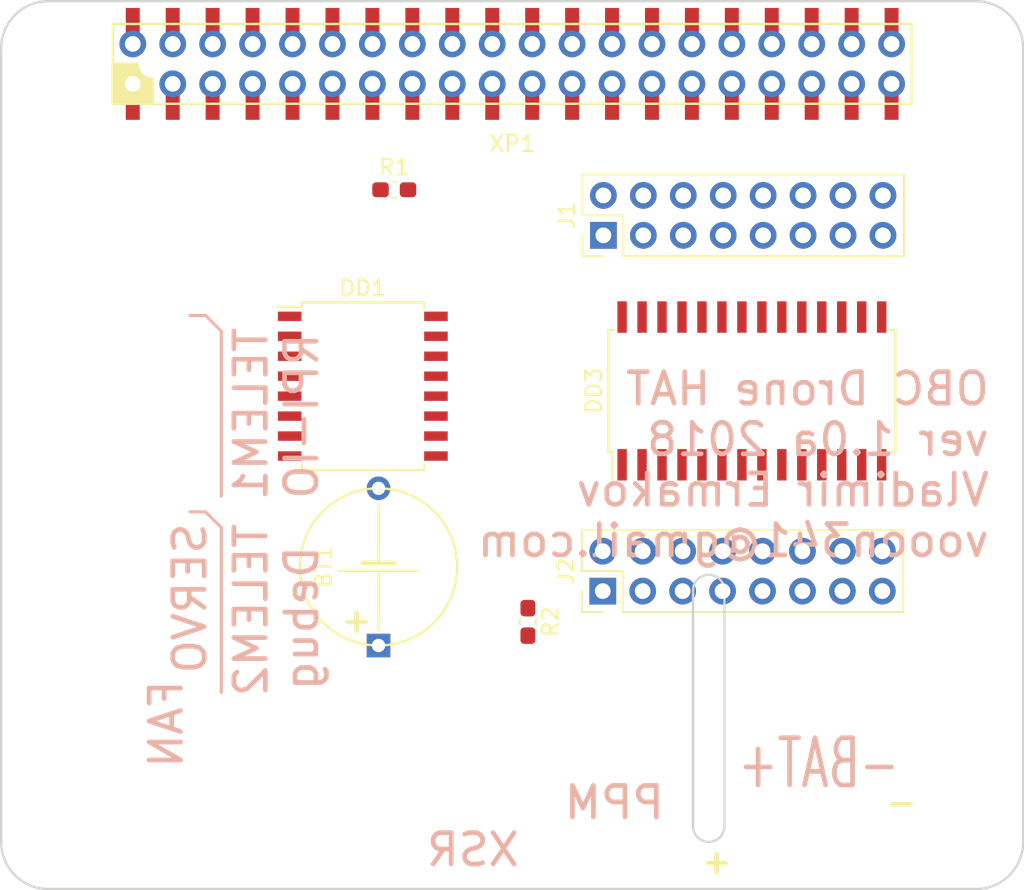
<source format=kicad_pcb>
(kicad_pcb (version 20170123) (host pcbnew "(2017-04-07 revision 70c961f)-master")

  (general
    (links 98)
    (no_connects 54)
    (area 110.178572 69.745 216.32143 156.995001)
    (thickness 1.6)
    (drawings 35)
    (tracks 29)
    (zones 0)
    (modules 12)
    (nets 65)
  )

  (page A3)
  (title_block
    (title "OBC Drone HAT")
    (date 2018-03-21)
    (company VEHQ)
    (comment 1 VEHQ-OBCDRONEHAT-V1)
    (comment 2 "Ermakov V.A.")
  )

  (layers
    (0 F.Cu signal)
    (1 In1.Cu signal)
    (2 In2.Cu signal)
    (31 B.Cu signal)
    (32 B.Adhes user hide)
    (33 F.Adhes user hide)
    (34 B.Paste user hide)
    (35 F.Paste user hide)
    (36 B.SilkS user hide)
    (37 F.SilkS user hide)
    (38 B.Mask user hide)
    (39 F.Mask user hide)
    (40 Dwgs.User user hide)
    (41 Cmts.User user hide)
    (42 Eco1.User user hide)
    (43 Eco2.User user hide)
    (44 Edge.Cuts user)
    (45 Margin user hide)
    (46 B.CrtYd user hide)
    (47 F.CrtYd user)
    (48 B.Fab user hide)
    (49 F.Fab user hide)
  )

  (setup
    (last_trace_width 0.2)
    (trace_clearance 0.2)
    (zone_clearance 0.3)
    (zone_45_only yes)
    (trace_min 0.15)
    (segment_width 0.2)
    (edge_width 0.15)
    (via_size 0.6)
    (via_drill 0.3)
    (via_min_size 0.3)
    (via_min_drill 0.3)
    (uvia_size 0.3)
    (uvia_drill 0.1)
    (uvias_allowed no)
    (uvia_min_size 0.2)
    (uvia_min_drill 0.1)
    (pcb_text_width 0.3)
    (pcb_text_size 1.5 1.5)
    (mod_edge_width 0.15)
    (mod_text_size 1 1)
    (mod_text_width 0.15)
    (pad_size 1.524 1.524)
    (pad_drill 0.762)
    (pad_to_mask_clearance 0.2)
    (aux_axis_origin 130 140)
    (visible_elements FFFFEF7F)
    (pcbplotparams
      (layerselection 0x010fc_ffffffff)
      (usegerberextensions false)
      (excludeedgelayer true)
      (linewidth 0.100000)
      (plotframeref false)
      (viasonmask false)
      (mode 1)
      (useauxorigin false)
      (hpglpennumber 1)
      (hpglpenspeed 20)
      (hpglpendiameter 15)
      (psnegative false)
      (psa4output false)
      (plotreference true)
      (plotvalue true)
      (plotinvisibletext false)
      (padsonsilk false)
      (subtractmaskfromsilk false)
      (outputformat 1)
      (mirror false)
      (drillshape 0)
      (scaleselection 1)
      (outputdirectory ../gerbers/v1.0a/))
  )

  (net 0 "")
  (net 1 GND)
  (net 2 RPI_SPI0_SCLK)
  (net 3 RPI_SPI0_MISO)
  (net 4 RPI_SPI0_MOSI)
  (net 5 RPI_SCL)
  (net 6 RPI_SDA)
  (net 7 RPI_GPCLK0)
  (net 8 "Net-(XP1-Pad40)")
  (net 9 "Net-(XP1-Pad38)")
  (net 10 "Net-(XP1-Pad37)")
  (net 11 "Net-(XP1-Pad36)")
  (net 12 "Net-(XP1-Pad35)")
  (net 13 "Net-(XP1-Pad33)")
  (net 14 "Net-(XP1-Pad32)")
  (net 15 "Net-(XP1-Pad31)")
  (net 16 "Net-(XP1-Pad29)")
  (net 17 /CE1)
  (net 18 "Net-(XP1-Pad28)")
  (net 19 "Net-(XP1-Pad27)")
  (net 20 /CE0)
  (net 21 "Net-(XP1-Pad22)")
  (net 22 "Net-(XP1-Pad18)")
  (net 23 "Net-(XP1-Pad16)")
  (net 24 "Net-(XP1-Pad15)")
  (net 25 "Net-(XP1-Pad13)")
  (net 26 "Net-(XP1-Pad12)")
  (net 27 ~SER_IRQ_A)
  (net 28 "Net-(XP1-Pad10)")
  (net 29 "Net-(XP1-Pad8)")
  (net 30 +3V3)
  (net 31 +5V)
  (net 32 "Net-(BT1-Pad2)")
  (net 33 /+3Vbat)
  (net 34 ~HAT_RST)
  (net 35 "Net-(DD3-Pad21)")
  (net 36 "Net-(DD3-Pad22)")
  (net 37 "Net-(DD3-Pad23)")
  (net 38 "Net-(DD3-Pad24)")
  (net 39 "Net-(DD3-Pad25)")
  (net 40 "Net-(DD3-Pad26)")
  (net 41 "Net-(DD3-Pad27)")
  (net 42 "Net-(DD3-Pad28)")
  (net 43 "Net-(DD3-Pad8)")
  (net 44 "Net-(DD3-Pad7)")
  (net 45 "Net-(DD3-Pad6)")
  (net 46 "Net-(DD3-Pad5)")
  (net 47 "Net-(DD3-Pad4)")
  (net 48 "Net-(DD3-Pad3)")
  (net 49 "Net-(DD3-Pad2)")
  (net 50 "Net-(DD3-Pad1)")
  (net 51 "Net-(DD1-Pad1)")
  (net 52 "Net-(DD1-Pad3)")
  (net 53 "Net-(DD1-Pad5)")
  (net 54 "Net-(DD1-Pad6)")
  (net 55 "Net-(DD1-Pad7)")
  (net 56 "Net-(DD1-Pad8)")
  (net 57 "Net-(DD1-Pad9)")
  (net 58 "Net-(DD1-Pad10)")
  (net 59 "Net-(DD1-Pad11)")
  (net 60 "Net-(DD1-Pad12)")
  (net 61 "Net-(DD3-Pad15)")
  (net 62 "Net-(DD3-Pad16)")
  (net 63 "Net-(DD3-Pad17)")
  (net 64 ~SER_IRQ_B)

  (net_class Default "Это класс цепей по умолчанию."
    (clearance 0.2)
    (trace_width 0.2)
    (via_dia 0.6)
    (via_drill 0.3)
    (uvia_dia 0.3)
    (uvia_drill 0.1)
    (diff_pair_gap 0.2)
    (diff_pair_width 0.2)
    (add_net +3V3)
    (add_net +5V)
    (add_net /+3Vbat)
    (add_net /CE0)
    (add_net /CE1)
    (add_net GND)
    (add_net "Net-(BT1-Pad2)")
    (add_net "Net-(DD1-Pad1)")
    (add_net "Net-(DD1-Pad10)")
    (add_net "Net-(DD1-Pad11)")
    (add_net "Net-(DD1-Pad12)")
    (add_net "Net-(DD1-Pad3)")
    (add_net "Net-(DD1-Pad5)")
    (add_net "Net-(DD1-Pad6)")
    (add_net "Net-(DD1-Pad7)")
    (add_net "Net-(DD1-Pad8)")
    (add_net "Net-(DD1-Pad9)")
    (add_net "Net-(DD3-Pad1)")
    (add_net "Net-(DD3-Pad15)")
    (add_net "Net-(DD3-Pad16)")
    (add_net "Net-(DD3-Pad17)")
    (add_net "Net-(DD3-Pad2)")
    (add_net "Net-(DD3-Pad21)")
    (add_net "Net-(DD3-Pad22)")
    (add_net "Net-(DD3-Pad23)")
    (add_net "Net-(DD3-Pad24)")
    (add_net "Net-(DD3-Pad25)")
    (add_net "Net-(DD3-Pad26)")
    (add_net "Net-(DD3-Pad27)")
    (add_net "Net-(DD3-Pad28)")
    (add_net "Net-(DD3-Pad3)")
    (add_net "Net-(DD3-Pad4)")
    (add_net "Net-(DD3-Pad5)")
    (add_net "Net-(DD3-Pad6)")
    (add_net "Net-(DD3-Pad7)")
    (add_net "Net-(DD3-Pad8)")
    (add_net "Net-(XP1-Pad10)")
    (add_net "Net-(XP1-Pad12)")
    (add_net "Net-(XP1-Pad13)")
    (add_net "Net-(XP1-Pad15)")
    (add_net "Net-(XP1-Pad16)")
    (add_net "Net-(XP1-Pad18)")
    (add_net "Net-(XP1-Pad22)")
    (add_net "Net-(XP1-Pad27)")
    (add_net "Net-(XP1-Pad28)")
    (add_net "Net-(XP1-Pad29)")
    (add_net "Net-(XP1-Pad31)")
    (add_net "Net-(XP1-Pad32)")
    (add_net "Net-(XP1-Pad33)")
    (add_net "Net-(XP1-Pad35)")
    (add_net "Net-(XP1-Pad36)")
    (add_net "Net-(XP1-Pad37)")
    (add_net "Net-(XP1-Pad38)")
    (add_net "Net-(XP1-Pad40)")
    (add_net "Net-(XP1-Pad8)")
    (add_net RPI_GPCLK0)
    (add_net RPI_SCL)
    (add_net RPI_SDA)
    (add_net RPI_SPI0_MISO)
    (add_net RPI_SPI0_MOSI)
    (add_net RPI_SPI0_SCLK)
    (add_net ~HAT_RST)
    (add_net ~SER_IRQ_A)
    (add_net ~SER_IRQ_B)
  )

  (module Connector_PinHeader_2.54mm:PinHeader_2x08_P2.54mm_Vertical (layer F.Cu) (tedit 59FED5CC) (tstamp 5C6606DF)
    (at 168.26 121.04 90)
    (descr "Through hole straight pin header, 2x08, 2.54mm pitch, double rows")
    (tags "Through hole pin header THT 2x08 2.54mm double row")
    (path /5CAB35DC)
    (fp_text reference J2 (at 1.27 -2.33 90) (layer F.SilkS)
      (effects (font (size 1 1) (thickness 0.15)))
    )
    (fp_text value Conn_02x08_Top_Bottom (at 1.27 20.11 90) (layer F.Fab)
      (effects (font (size 1 1) (thickness 0.15)))
    )
    (fp_text user %R (at 1.27 8.89 180) (layer F.Fab)
      (effects (font (size 1 1) (thickness 0.15)))
    )
    (fp_line (start 4.35 -1.8) (end -1.8 -1.8) (layer F.CrtYd) (width 0.05))
    (fp_line (start 4.35 19.55) (end 4.35 -1.8) (layer F.CrtYd) (width 0.05))
    (fp_line (start -1.8 19.55) (end 4.35 19.55) (layer F.CrtYd) (width 0.05))
    (fp_line (start -1.8 -1.8) (end -1.8 19.55) (layer F.CrtYd) (width 0.05))
    (fp_line (start -1.33 -1.33) (end 0 -1.33) (layer F.SilkS) (width 0.12))
    (fp_line (start -1.33 0) (end -1.33 -1.33) (layer F.SilkS) (width 0.12))
    (fp_line (start 1.27 -1.33) (end 3.87 -1.33) (layer F.SilkS) (width 0.12))
    (fp_line (start 1.27 1.27) (end 1.27 -1.33) (layer F.SilkS) (width 0.12))
    (fp_line (start -1.33 1.27) (end 1.27 1.27) (layer F.SilkS) (width 0.12))
    (fp_line (start 3.87 -1.33) (end 3.87 19.11) (layer F.SilkS) (width 0.12))
    (fp_line (start -1.33 1.27) (end -1.33 19.11) (layer F.SilkS) (width 0.12))
    (fp_line (start -1.33 19.11) (end 3.87 19.11) (layer F.SilkS) (width 0.12))
    (fp_line (start -1.27 0) (end 0 -1.27) (layer F.Fab) (width 0.1))
    (fp_line (start -1.27 19.05) (end -1.27 0) (layer F.Fab) (width 0.1))
    (fp_line (start 3.81 19.05) (end -1.27 19.05) (layer F.Fab) (width 0.1))
    (fp_line (start 3.81 -1.27) (end 3.81 19.05) (layer F.Fab) (width 0.1))
    (fp_line (start 0 -1.27) (end 3.81 -1.27) (layer F.Fab) (width 0.1))
    (pad 16 thru_hole oval (at 2.54 17.78 90) (size 1.7 1.7) (drill 1) (layers *.Cu *.Mask)
      (net 30 +3V3))
    (pad 15 thru_hole oval (at 0 17.78 90) (size 1.7 1.7) (drill 1) (layers *.Cu *.Mask)
      (net 1 GND))
    (pad 14 thru_hole oval (at 2.54 15.24 90) (size 1.7 1.7) (drill 1) (layers *.Cu *.Mask)
      (net 30 +3V3))
    (pad 13 thru_hole oval (at 0 15.24 90) (size 1.7 1.7) (drill 1) (layers *.Cu *.Mask)
      (net 1 GND))
    (pad 12 thru_hole oval (at 2.54 12.7 90) (size 1.7 1.7) (drill 1) (layers *.Cu *.Mask)
      (net 30 +3V3))
    (pad 11 thru_hole oval (at 0 12.7 90) (size 1.7 1.7) (drill 1) (layers *.Cu *.Mask)
      (net 1 GND))
    (pad 10 thru_hole oval (at 2.54 10.16 90) (size 1.7 1.7) (drill 1) (layers *.Cu *.Mask)
      (net 30 +3V3))
    (pad 9 thru_hole oval (at 0 10.16 90) (size 1.7 1.7) (drill 1) (layers *.Cu *.Mask)
      (net 1 GND))
    (pad 8 thru_hole oval (at 2.54 7.62 90) (size 1.7 1.7) (drill 1) (layers *.Cu *.Mask)
      (net 50 "Net-(DD3-Pad1)"))
    (pad 7 thru_hole oval (at 0 7.62 90) (size 1.7 1.7) (drill 1) (layers *.Cu *.Mask)
      (net 49 "Net-(DD3-Pad2)"))
    (pad 6 thru_hole oval (at 2.54 5.08 90) (size 1.7 1.7) (drill 1) (layers *.Cu *.Mask)
      (net 48 "Net-(DD3-Pad3)"))
    (pad 5 thru_hole oval (at 0 5.08 90) (size 1.7 1.7) (drill 1) (layers *.Cu *.Mask)
      (net 47 "Net-(DD3-Pad4)"))
    (pad 4 thru_hole oval (at 2.54 2.54 90) (size 1.7 1.7) (drill 1) (layers *.Cu *.Mask)
      (net 46 "Net-(DD3-Pad5)"))
    (pad 3 thru_hole oval (at 0 2.54 90) (size 1.7 1.7) (drill 1) (layers *.Cu *.Mask)
      (net 45 "Net-(DD3-Pad6)"))
    (pad 2 thru_hole oval (at 2.54 0 90) (size 1.7 1.7) (drill 1) (layers *.Cu *.Mask)
      (net 44 "Net-(DD3-Pad7)"))
    (pad 1 thru_hole rect (at 0 0 90) (size 1.7 1.7) (drill 1) (layers *.Cu *.Mask)
      (net 43 "Net-(DD3-Pad8)"))
    (model ${KISYS3DMOD}/Connector_PinHeader_2.54mm.3dshapes/PinHeader_2x08_P2.54mm_Vertical.wrl
      (at (xyz 0 0 0))
      (scale (xyz 1 1 1))
      (rotate (xyz 0 0 0))
    )
  )

  (module Connector_PinHeader_2.54mm:PinHeader_2x08_P2.54mm_Vertical (layer F.Cu) (tedit 59FED5CC) (tstamp 5C660516)
    (at 168.3 98.4 90)
    (descr "Through hole straight pin header, 2x08, 2.54mm pitch, double rows")
    (tags "Through hole pin header THT 2x08 2.54mm double row")
    (path /5CD95C3D)
    (fp_text reference J1 (at 1.27 -2.33 90) (layer F.SilkS)
      (effects (font (size 1 1) (thickness 0.15)))
    )
    (fp_text value Conn_02x08_Top_Bottom (at 1.27 20.11 90) (layer F.Fab)
      (effects (font (size 1 1) (thickness 0.15)))
    )
    (fp_text user %R (at 1.27 8.89 180) (layer F.Fab)
      (effects (font (size 1 1) (thickness 0.15)))
    )
    (fp_line (start 4.35 -1.8) (end -1.8 -1.8) (layer F.CrtYd) (width 0.05))
    (fp_line (start 4.35 19.55) (end 4.35 -1.8) (layer F.CrtYd) (width 0.05))
    (fp_line (start -1.8 19.55) (end 4.35 19.55) (layer F.CrtYd) (width 0.05))
    (fp_line (start -1.8 -1.8) (end -1.8 19.55) (layer F.CrtYd) (width 0.05))
    (fp_line (start -1.33 -1.33) (end 0 -1.33) (layer F.SilkS) (width 0.12))
    (fp_line (start -1.33 0) (end -1.33 -1.33) (layer F.SilkS) (width 0.12))
    (fp_line (start 1.27 -1.33) (end 3.87 -1.33) (layer F.SilkS) (width 0.12))
    (fp_line (start 1.27 1.27) (end 1.27 -1.33) (layer F.SilkS) (width 0.12))
    (fp_line (start -1.33 1.27) (end 1.27 1.27) (layer F.SilkS) (width 0.12))
    (fp_line (start 3.87 -1.33) (end 3.87 19.11) (layer F.SilkS) (width 0.12))
    (fp_line (start -1.33 1.27) (end -1.33 19.11) (layer F.SilkS) (width 0.12))
    (fp_line (start -1.33 19.11) (end 3.87 19.11) (layer F.SilkS) (width 0.12))
    (fp_line (start -1.27 0) (end 0 -1.27) (layer F.Fab) (width 0.1))
    (fp_line (start -1.27 19.05) (end -1.27 0) (layer F.Fab) (width 0.1))
    (fp_line (start 3.81 19.05) (end -1.27 19.05) (layer F.Fab) (width 0.1))
    (fp_line (start 3.81 -1.27) (end 3.81 19.05) (layer F.Fab) (width 0.1))
    (fp_line (start 0 -1.27) (end 3.81 -1.27) (layer F.Fab) (width 0.1))
    (pad 16 thru_hole oval (at 2.54 17.78 90) (size 1.7 1.7) (drill 1) (layers *.Cu *.Mask)
      (net 30 +3V3))
    (pad 15 thru_hole oval (at 0 17.78 90) (size 1.7 1.7) (drill 1) (layers *.Cu *.Mask)
      (net 1 GND))
    (pad 14 thru_hole oval (at 2.54 15.24 90) (size 1.7 1.7) (drill 1) (layers *.Cu *.Mask)
      (net 30 +3V3))
    (pad 13 thru_hole oval (at 0 15.24 90) (size 1.7 1.7) (drill 1) (layers *.Cu *.Mask)
      (net 1 GND))
    (pad 12 thru_hole oval (at 2.54 12.7 90) (size 1.7 1.7) (drill 1) (layers *.Cu *.Mask)
      (net 30 +3V3))
    (pad 11 thru_hole oval (at 0 12.7 90) (size 1.7 1.7) (drill 1) (layers *.Cu *.Mask)
      (net 1 GND))
    (pad 10 thru_hole oval (at 2.54 10.16 90) (size 1.7 1.7) (drill 1) (layers *.Cu *.Mask)
      (net 30 +3V3))
    (pad 9 thru_hole oval (at 0 10.16 90) (size 1.7 1.7) (drill 1) (layers *.Cu *.Mask)
      (net 1 GND))
    (pad 8 thru_hole oval (at 2.54 7.62 90) (size 1.7 1.7) (drill 1) (layers *.Cu *.Mask)
      (net 35 "Net-(DD3-Pad21)"))
    (pad 7 thru_hole oval (at 0 7.62 90) (size 1.7 1.7) (drill 1) (layers *.Cu *.Mask)
      (net 36 "Net-(DD3-Pad22)"))
    (pad 6 thru_hole oval (at 2.54 5.08 90) (size 1.7 1.7) (drill 1) (layers *.Cu *.Mask)
      (net 37 "Net-(DD3-Pad23)"))
    (pad 5 thru_hole oval (at 0 5.08 90) (size 1.7 1.7) (drill 1) (layers *.Cu *.Mask)
      (net 38 "Net-(DD3-Pad24)"))
    (pad 4 thru_hole oval (at 2.54 2.54 90) (size 1.7 1.7) (drill 1) (layers *.Cu *.Mask)
      (net 39 "Net-(DD3-Pad25)"))
    (pad 3 thru_hole oval (at 0 2.54 90) (size 1.7 1.7) (drill 1) (layers *.Cu *.Mask)
      (net 40 "Net-(DD3-Pad26)"))
    (pad 2 thru_hole oval (at 2.54 0 90) (size 1.7 1.7) (drill 1) (layers *.Cu *.Mask)
      (net 41 "Net-(DD3-Pad27)"))
    (pad 1 thru_hole rect (at 0 0 90) (size 1.7 1.7) (drill 1) (layers *.Cu *.Mask)
      (net 42 "Net-(DD3-Pad28)"))
    (model ${KISYS3DMOD}/Connector_PinHeader_2.54mm.3dshapes/PinHeader_2x08_P2.54mm_Vertical.wrl
      (at (xyz 0 0 0))
      (scale (xyz 1 1 1))
      (rotate (xyz 0 0 0))
    )
  )

  (module Package_SO:SOIC-28W_7.5x17.9mm_P1.27mm (layer F.Cu) (tedit 5A02F2D3) (tstamp 5C70EC6C)
    (at 177.745 108.3 90)
    (descr "28-Lead Plastic Small Outline (SO) - Wide, 7.50 mm Body [SOIC] (see Microchip Packaging Specification 00000049BS.pdf)")
    (tags "SOIC 1.27")
    (path /5C79AF8D)
    (attr smd)
    (fp_text reference DD3 (at 0 -10.05 90) (layer F.SilkS)
      (effects (font (size 1 1) (thickness 0.15)))
    )
    (fp_text value MCP23S17 (at 0 10.05 90) (layer F.Fab)
      (effects (font (size 1 1) (thickness 0.15)))
    )
    (fp_text user %R (at 0 0 90) (layer F.Fab)
      (effects (font (size 1 1) (thickness 0.15)))
    )
    (fp_line (start -2.75 -8.95) (end 3.75 -8.95) (layer F.Fab) (width 0.15))
    (fp_line (start 3.75 -8.95) (end 3.75 8.95) (layer F.Fab) (width 0.15))
    (fp_line (start 3.75 8.95) (end -3.75 8.95) (layer F.Fab) (width 0.15))
    (fp_line (start -3.75 8.95) (end -3.75 -7.95) (layer F.Fab) (width 0.15))
    (fp_line (start -3.75 -7.95) (end -2.75 -8.95) (layer F.Fab) (width 0.15))
    (fp_line (start -5.95 -9.3) (end -5.95 9.3) (layer F.CrtYd) (width 0.05))
    (fp_line (start 5.95 -9.3) (end 5.95 9.3) (layer F.CrtYd) (width 0.05))
    (fp_line (start -5.95 -9.3) (end 5.95 -9.3) (layer F.CrtYd) (width 0.05))
    (fp_line (start -5.95 9.3) (end 5.95 9.3) (layer F.CrtYd) (width 0.05))
    (fp_line (start -3.875 -9.125) (end -3.875 -8.875) (layer F.SilkS) (width 0.15))
    (fp_line (start 3.875 -9.125) (end 3.875 -8.78) (layer F.SilkS) (width 0.15))
    (fp_line (start 3.875 9.125) (end 3.875 8.78) (layer F.SilkS) (width 0.15))
    (fp_line (start -3.875 9.125) (end -3.875 8.78) (layer F.SilkS) (width 0.15))
    (fp_line (start -3.875 -9.125) (end 3.875 -9.125) (layer F.SilkS) (width 0.15))
    (fp_line (start -3.875 9.125) (end 3.875 9.125) (layer F.SilkS) (width 0.15))
    (fp_line (start -3.875 -8.875) (end -5.7 -8.875) (layer F.SilkS) (width 0.15))
    (pad 1 smd rect (at -4.7 -8.255 90) (size 2 0.6) (layers F.Cu F.Paste F.Mask)
      (net 50 "Net-(DD3-Pad1)"))
    (pad 2 smd rect (at -4.7 -6.985 90) (size 2 0.6) (layers F.Cu F.Paste F.Mask)
      (net 49 "Net-(DD3-Pad2)"))
    (pad 3 smd rect (at -4.7 -5.715 90) (size 2 0.6) (layers F.Cu F.Paste F.Mask)
      (net 48 "Net-(DD3-Pad3)"))
    (pad 4 smd rect (at -4.7 -4.445 90) (size 2 0.6) (layers F.Cu F.Paste F.Mask)
      (net 47 "Net-(DD3-Pad4)"))
    (pad 5 smd rect (at -4.7 -3.175 90) (size 2 0.6) (layers F.Cu F.Paste F.Mask)
      (net 46 "Net-(DD3-Pad5)"))
    (pad 6 smd rect (at -4.7 -1.905 90) (size 2 0.6) (layers F.Cu F.Paste F.Mask)
      (net 45 "Net-(DD3-Pad6)"))
    (pad 7 smd rect (at -4.7 -0.635 90) (size 2 0.6) (layers F.Cu F.Paste F.Mask)
      (net 44 "Net-(DD3-Pad7)"))
    (pad 8 smd rect (at -4.7 0.635 90) (size 2 0.6) (layers F.Cu F.Paste F.Mask)
      (net 43 "Net-(DD3-Pad8)"))
    (pad 9 smd rect (at -4.7 1.905 90) (size 2 0.6) (layers F.Cu F.Paste F.Mask)
      (net 30 +3V3))
    (pad 10 smd rect (at -4.7 3.175 90) (size 2 0.6) (layers F.Cu F.Paste F.Mask)
      (net 1 GND))
    (pad 11 smd rect (at -4.7 4.445 90) (size 2 0.6) (layers F.Cu F.Paste F.Mask)
      (net 17 /CE1))
    (pad 12 smd rect (at -4.7 5.715 90) (size 2 0.6) (layers F.Cu F.Paste F.Mask)
      (net 2 RPI_SPI0_SCLK))
    (pad 13 smd rect (at -4.7 6.985 90) (size 2 0.6) (layers F.Cu F.Paste F.Mask)
      (net 4 RPI_SPI0_MOSI))
    (pad 14 smd rect (at -4.7 8.255 90) (size 2 0.6) (layers F.Cu F.Paste F.Mask)
      (net 3 RPI_SPI0_MISO))
    (pad 15 smd rect (at 4.7 8.255 90) (size 2 0.6) (layers F.Cu F.Paste F.Mask)
      (net 61 "Net-(DD3-Pad15)"))
    (pad 16 smd rect (at 4.7 6.985 90) (size 2 0.6) (layers F.Cu F.Paste F.Mask)
      (net 62 "Net-(DD3-Pad16)"))
    (pad 17 smd rect (at 4.7 5.715 90) (size 2 0.6) (layers F.Cu F.Paste F.Mask)
      (net 63 "Net-(DD3-Pad17)"))
    (pad 18 smd rect (at 4.7 4.445 90) (size 2 0.6) (layers F.Cu F.Paste F.Mask)
      (net 34 ~HAT_RST))
    (pad 19 smd rect (at 4.7 3.175 90) (size 2 0.6) (layers F.Cu F.Paste F.Mask)
      (net 64 ~SER_IRQ_B))
    (pad 20 smd rect (at 4.7 1.905 90) (size 2 0.6) (layers F.Cu F.Paste F.Mask)
      (net 64 ~SER_IRQ_B))
    (pad 21 smd rect (at 4.7 0.635 90) (size 2 0.6) (layers F.Cu F.Paste F.Mask)
      (net 35 "Net-(DD3-Pad21)"))
    (pad 22 smd rect (at 4.7 -0.635 90) (size 2 0.6) (layers F.Cu F.Paste F.Mask)
      (net 36 "Net-(DD3-Pad22)"))
    (pad 23 smd rect (at 4.7 -1.905 90) (size 2 0.6) (layers F.Cu F.Paste F.Mask)
      (net 37 "Net-(DD3-Pad23)"))
    (pad 24 smd rect (at 4.7 -3.175 90) (size 2 0.6) (layers F.Cu F.Paste F.Mask)
      (net 38 "Net-(DD3-Pad24)"))
    (pad 25 smd rect (at 4.7 -4.445 90) (size 2 0.6) (layers F.Cu F.Paste F.Mask)
      (net 39 "Net-(DD3-Pad25)"))
    (pad 26 smd rect (at 4.7 -5.715 90) (size 2 0.6) (layers F.Cu F.Paste F.Mask)
      (net 40 "Net-(DD3-Pad26)"))
    (pad 27 smd rect (at 4.7 -6.985 90) (size 2 0.6) (layers F.Cu F.Paste F.Mask)
      (net 41 "Net-(DD3-Pad27)"))
    (pad 28 smd rect (at 4.7 -8.255 90) (size 2 0.6) (layers F.Cu F.Paste F.Mask)
      (net 42 "Net-(DD3-Pad28)"))
    (model ${KISYS3DMOD}/Package_SO.3dshapes/SOIC-28W_7.5x17.9mm_P1.27mm.wrl
      (at (xyz 0 0 0))
      (scale (xyz 1 1 1))
      (rotate (xyz 0 0 0))
    )
  )

  (module Resistor_SMD:R_0603_1608Metric_Pad1.05x0.95mm_HandSolder (layer F.Cu) (tedit 5B301BBD) (tstamp 5C70E9AC)
    (at 163.5 123 270)
    (descr "Resistor SMD 0603 (1608 Metric), square (rectangular) end terminal, IPC_7351 nominal with elongated pad for handsoldering. (Body size source: http://www.tortai-tech.com/upload/download/2011102023233369053.pdf), generated with kicad-footprint-generator")
    (tags "resistor handsolder")
    (path /5C6B07CB)
    (attr smd)
    (fp_text reference R2 (at 0 -1.43 270) (layer F.SilkS)
      (effects (font (size 1 1) (thickness 0.15)))
    )
    (fp_text value nc (at 0 1.43 270) (layer F.Fab)
      (effects (font (size 1 1) (thickness 0.15)))
    )
    (fp_text user %R (at 0 0 270) (layer F.Fab)
      (effects (font (size 0.4 0.4) (thickness 0.06)))
    )
    (fp_line (start 1.65 0.73) (end -1.65 0.73) (layer F.CrtYd) (width 0.05))
    (fp_line (start 1.65 -0.73) (end 1.65 0.73) (layer F.CrtYd) (width 0.05))
    (fp_line (start -1.65 -0.73) (end 1.65 -0.73) (layer F.CrtYd) (width 0.05))
    (fp_line (start -1.65 0.73) (end -1.65 -0.73) (layer F.CrtYd) (width 0.05))
    (fp_line (start -0.171267 0.51) (end 0.171267 0.51) (layer F.SilkS) (width 0.12))
    (fp_line (start -0.171267 -0.51) (end 0.171267 -0.51) (layer F.SilkS) (width 0.12))
    (fp_line (start 0.8 0.4) (end -0.8 0.4) (layer F.Fab) (width 0.1))
    (fp_line (start 0.8 -0.4) (end 0.8 0.4) (layer F.Fab) (width 0.1))
    (fp_line (start -0.8 -0.4) (end 0.8 -0.4) (layer F.Fab) (width 0.1))
    (fp_line (start -0.8 0.4) (end -0.8 -0.4) (layer F.Fab) (width 0.1))
    (pad 2 smd roundrect (at 0.875 0 270) (size 1.05 0.95) (layers F.Cu F.Paste F.Mask)(roundrect_rratio 0.25)
      (net 30 +3V3))
    (pad 1 smd roundrect (at -0.875 0 270) (size 1.05 0.95) (layers F.Cu F.Paste F.Mask)(roundrect_rratio 0.25)
      (net 34 ~HAT_RST))
    (model ${KISYS3DMOD}/Resistor_SMD.3dshapes/R_0603_1608Metric.wrl
      (at (xyz 0 0 0))
      (scale (xyz 1 1 1))
      (rotate (xyz 0 0 0))
    )
  )

  (module Resistor_SMD:R_0603_1608Metric_Pad1.05x0.95mm_HandSolder (layer F.Cu) (tedit 5B301BBD) (tstamp 5C70E97C)
    (at 155 95.5)
    (descr "Resistor SMD 0603 (1608 Metric), square (rectangular) end terminal, IPC_7351 nominal with elongated pad for handsoldering. (Body size source: http://www.tortai-tech.com/upload/download/2011102023233369053.pdf), generated with kicad-footprint-generator")
    (tags "resistor handsolder")
    (path /5C6B07AB)
    (attr smd)
    (fp_text reference R1 (at 0 -1.43) (layer F.SilkS)
      (effects (font (size 1 1) (thickness 0.15)))
    )
    (fp_text value 10k (at 0 1.43) (layer F.Fab)
      (effects (font (size 1 1) (thickness 0.15)))
    )
    (fp_line (start -0.8 0.4) (end -0.8 -0.4) (layer F.Fab) (width 0.1))
    (fp_line (start -0.8 -0.4) (end 0.8 -0.4) (layer F.Fab) (width 0.1))
    (fp_line (start 0.8 -0.4) (end 0.8 0.4) (layer F.Fab) (width 0.1))
    (fp_line (start 0.8 0.4) (end -0.8 0.4) (layer F.Fab) (width 0.1))
    (fp_line (start -0.171267 -0.51) (end 0.171267 -0.51) (layer F.SilkS) (width 0.12))
    (fp_line (start -0.171267 0.51) (end 0.171267 0.51) (layer F.SilkS) (width 0.12))
    (fp_line (start -1.65 0.73) (end -1.65 -0.73) (layer F.CrtYd) (width 0.05))
    (fp_line (start -1.65 -0.73) (end 1.65 -0.73) (layer F.CrtYd) (width 0.05))
    (fp_line (start 1.65 -0.73) (end 1.65 0.73) (layer F.CrtYd) (width 0.05))
    (fp_line (start 1.65 0.73) (end -1.65 0.73) (layer F.CrtYd) (width 0.05))
    (fp_text user %R (at 0 0) (layer F.Fab)
      (effects (font (size 0.4 0.4) (thickness 0.06)))
    )
    (pad 1 smd roundrect (at -0.875 0) (size 1.05 0.95) (layers F.Cu F.Paste F.Mask)(roundrect_rratio 0.25)
      (net 27 ~SER_IRQ_A))
    (pad 2 smd roundrect (at 0.875 0) (size 1.05 0.95) (layers F.Cu F.Paste F.Mask)(roundrect_rratio 0.25)
      (net 30 +3V3))
    (model ${KISYS3DMOD}/Resistor_SMD.3dshapes/R_0603_1608Metric.wrl
      (at (xyz 0 0 0))
      (scale (xyz 1 1 1))
      (rotate (xyz 0 0 0))
    )
  )

  (module Package_SO:SOIC-16W_7.5x10.3mm_P1.27mm (layer F.Cu) (tedit 5A02F2D3) (tstamp 5C660D49)
    (at 153 108)
    (descr "16-Lead Plastic Small Outline (SO) - Wide, 7.50 mm Body [SOIC] (see Microchip Packaging Specification 00000049BS.pdf)")
    (tags "SOIC 1.27")
    (path /5C6B088F)
    (attr smd)
    (fp_text reference DD1 (at 0 -6.25) (layer F.SilkS)
      (effects (font (size 1 1) (thickness 0.15)))
    )
    (fp_text value DS3231 (at 0 6.25) (layer F.Fab)
      (effects (font (size 1 1) (thickness 0.15)))
    )
    (fp_text user %R (at 0 0) (layer F.Fab)
      (effects (font (size 1 1) (thickness 0.15)))
    )
    (fp_line (start -2.75 -5.15) (end 3.75 -5.15) (layer F.Fab) (width 0.15))
    (fp_line (start 3.75 -5.15) (end 3.75 5.15) (layer F.Fab) (width 0.15))
    (fp_line (start 3.75 5.15) (end -3.75 5.15) (layer F.Fab) (width 0.15))
    (fp_line (start -3.75 5.15) (end -3.75 -4.15) (layer F.Fab) (width 0.15))
    (fp_line (start -3.75 -4.15) (end -2.75 -5.15) (layer F.Fab) (width 0.15))
    (fp_line (start -5.65 -5.5) (end -5.65 5.5) (layer F.CrtYd) (width 0.05))
    (fp_line (start 5.65 -5.5) (end 5.65 5.5) (layer F.CrtYd) (width 0.05))
    (fp_line (start -5.65 -5.5) (end 5.65 -5.5) (layer F.CrtYd) (width 0.05))
    (fp_line (start -5.65 5.5) (end 5.65 5.5) (layer F.CrtYd) (width 0.05))
    (fp_line (start -3.875 -5.325) (end -3.875 -5.05) (layer F.SilkS) (width 0.15))
    (fp_line (start 3.875 -5.325) (end 3.875 -4.97) (layer F.SilkS) (width 0.15))
    (fp_line (start 3.875 5.325) (end 3.875 4.97) (layer F.SilkS) (width 0.15))
    (fp_line (start -3.875 5.325) (end -3.875 4.97) (layer F.SilkS) (width 0.15))
    (fp_line (start -3.875 -5.325) (end 3.875 -5.325) (layer F.SilkS) (width 0.15))
    (fp_line (start -3.875 5.325) (end 3.875 5.325) (layer F.SilkS) (width 0.15))
    (fp_line (start -3.875 -5.05) (end -5.4 -5.05) (layer F.SilkS) (width 0.15))
    (pad 1 smd rect (at -4.65 -4.445) (size 1.5 0.6) (layers F.Cu F.Paste F.Mask)
      (net 51 "Net-(DD1-Pad1)"))
    (pad 2 smd rect (at -4.65 -3.175) (size 1.5 0.6) (layers F.Cu F.Paste F.Mask)
      (net 30 +3V3))
    (pad 3 smd rect (at -4.65 -1.905) (size 1.5 0.6) (layers F.Cu F.Paste F.Mask)
      (net 52 "Net-(DD1-Pad3)"))
    (pad 4 smd rect (at -4.65 -0.635) (size 1.5 0.6) (layers F.Cu F.Paste F.Mask)
      (net 34 ~HAT_RST))
    (pad 5 smd rect (at -4.65 0.635) (size 1.5 0.6) (layers F.Cu F.Paste F.Mask)
      (net 53 "Net-(DD1-Pad5)"))
    (pad 6 smd rect (at -4.65 1.905) (size 1.5 0.6) (layers F.Cu F.Paste F.Mask)
      (net 54 "Net-(DD1-Pad6)"))
    (pad 7 smd rect (at -4.65 3.175) (size 1.5 0.6) (layers F.Cu F.Paste F.Mask)
      (net 55 "Net-(DD1-Pad7)"))
    (pad 8 smd rect (at -4.65 4.445) (size 1.5 0.6) (layers F.Cu F.Paste F.Mask)
      (net 56 "Net-(DD1-Pad8)"))
    (pad 9 smd rect (at 4.65 4.445) (size 1.5 0.6) (layers F.Cu F.Paste F.Mask)
      (net 57 "Net-(DD1-Pad9)"))
    (pad 10 smd rect (at 4.65 3.175) (size 1.5 0.6) (layers F.Cu F.Paste F.Mask)
      (net 58 "Net-(DD1-Pad10)"))
    (pad 11 smd rect (at 4.65 1.905) (size 1.5 0.6) (layers F.Cu F.Paste F.Mask)
      (net 59 "Net-(DD1-Pad11)"))
    (pad 12 smd rect (at 4.65 0.635) (size 1.5 0.6) (layers F.Cu F.Paste F.Mask)
      (net 60 "Net-(DD1-Pad12)"))
    (pad 13 smd rect (at 4.65 -0.635) (size 1.5 0.6) (layers F.Cu F.Paste F.Mask)
      (net 32 "Net-(BT1-Pad2)"))
    (pad 14 smd rect (at 4.65 -1.905) (size 1.5 0.6) (layers F.Cu F.Paste F.Mask)
      (net 33 /+3Vbat))
    (pad 15 smd rect (at 4.65 -3.175) (size 1.5 0.6) (layers F.Cu F.Paste F.Mask)
      (net 6 RPI_SDA))
    (pad 16 smd rect (at 4.65 -4.445) (size 1.5 0.6) (layers F.Cu F.Paste F.Mask)
      (net 5 RPI_SCL))
    (model ${KISYS3DMOD}/Package_SO.3dshapes/SOIC-16W_7.5x10.3mm_P1.27mm.wrl
      (at (xyz 0 0 0))
      (scale (xyz 1 1 1))
      (rotate (xyz 0 0 0))
    )
  )

  (module hat:CR1225-VBY2 (layer F.Cu) (tedit 5ACD05EB) (tstamp 5C65D400)
    (at 154 119.5 90)
    (path /5C6B08A7)
    (fp_text reference BT1 (at 0 -3.5 90) (layer F.SilkS)
      (effects (font (size 1 1) (thickness 0.15)))
    )
    (fp_text value CR1225-VBY2 (at 0 6 90) (layer F.Fab)
      (effects (font (size 1 1) (thickness 0.15)))
    )
    (fp_circle (center 0 0) (end 5.25 0) (layer F.CrtYd) (width 0.15))
    (fp_line (start 0.25 0) (end 4 0) (layer F.SilkS) (width 0.15))
    (fp_line (start 0.25 -1) (end 0.25 1) (layer F.SilkS) (width 0.3))
    (fp_line (start -4 0) (end -0.25 0) (layer F.SilkS) (width 0.15))
    (fp_line (start -0.25 -2.5) (end -0.25 2.5) (layer F.SilkS) (width 0.15))
    (fp_circle (center 0 0) (end 5 0) (layer F.SilkS) (width 0.15))
    (fp_text user + (at -3.5 -1.5 90) (layer F.SilkS)
      (effects (font (size 1.5 1.5) (thickness 0.3)))
    )
    (pad 2 thru_hole circle (at 5 0 90) (size 1.5 1.5) (drill 0.85) (layers *.Cu *.Mask)
      (net 32 "Net-(BT1-Pad2)"))
    (pad 1 thru_hole rect (at -5 0 90) (size 1.5 1.5) (drill 0.85) (layers *.Cu *.Mask)
      (net 33 /+3Vbat))
  )

  (module hat:RaspberryPi-40Pin_P2.54mm (layer F.Cu) (tedit 5ACC6A0B) (tstamp 5C65D482)
    (at 162.5 87.49)
    (descr https://www.toby.co.uk/uploads/publications/1540.pdf)
    (path /5C6B5F2D)
    (fp_text reference XP1 (at 0 5.08) (layer F.SilkS)
      (effects (font (size 1 1) (thickness 0.15)))
    )
    (fp_text value Rpi_40PIN (at 0 -5.08) (layer F.Fab)
      (effects (font (size 1 1) (thickness 0.15)))
    )
    (fp_line (start 25.4 3.81) (end -25.4 3.81) (layer F.CrtYd) (width 0.15))
    (fp_line (start 25.4 -3.81) (end 25.4 3.81) (layer F.CrtYd) (width 0.15))
    (fp_line (start -25.4 -3.81) (end 25.4 -3.81) (layer F.CrtYd) (width 0.15))
    (fp_line (start -25.4 3.81) (end -25.4 -3.81) (layer F.CrtYd) (width 0.15))
    (fp_poly (pts (xy -25.4 0) (xy -22.86 0) (xy -22.86 2.54) (xy -25.4 2.54)) (layer F.SilkS) (width 0.15))
    (fp_line (start -25.4 -2.54) (end 25.4 -2.54) (layer F.SilkS) (width 0.15))
    (fp_line (start 25.4 2.54) (end -25.4 2.54) (layer F.SilkS) (width 0.15))
    (fp_line (start 25.4 -2.54) (end 25.4 2.54) (layer F.SilkS) (width 0.15))
    (fp_line (start -25.4 2.54) (end -25.4 -2.54) (layer F.SilkS) (width 0.15))
    (pad "" np_thru_hole circle (at 22.86 0) (size 1.78 1.78) (drill 1.78) (layers *.Cu *.Mask))
    (pad "" np_thru_hole circle (at -22.86 0) (size 1.78 1.78) (drill 1.78) (layers *.Cu *.Mask))
    (pad 40 smd rect (at 24.13 -2.72) (size 0.889 1.68) (layers F.Cu F.Paste F.Mask)
      (net 8 "Net-(XP1-Pad40)"))
    (pad 39 smd rect (at 24.13 2.72) (size 0.889 1.68) (layers F.Cu F.Paste F.Mask)
      (net 1 GND))
    (pad 38 smd rect (at 21.59 -2.72) (size 0.889 1.68) (layers F.Cu F.Paste F.Mask)
      (net 9 "Net-(XP1-Pad38)"))
    (pad 37 smd rect (at 21.59 2.72) (size 0.889 1.68) (layers F.Cu F.Paste F.Mask)
      (net 10 "Net-(XP1-Pad37)"))
    (pad 36 smd rect (at 19.05 -2.72) (size 0.889 1.68) (layers F.Cu F.Paste F.Mask)
      (net 11 "Net-(XP1-Pad36)"))
    (pad 35 smd rect (at 19.05 2.72) (size 0.889 1.68) (layers F.Cu F.Paste F.Mask)
      (net 12 "Net-(XP1-Pad35)"))
    (pad 34 smd rect (at 16.51 -2.72) (size 0.889 1.68) (layers F.Cu F.Paste F.Mask)
      (net 1 GND))
    (pad 33 smd rect (at 16.51 2.72) (size 0.889 1.68) (layers F.Cu F.Paste F.Mask)
      (net 13 "Net-(XP1-Pad33)"))
    (pad 32 smd rect (at 13.97 -2.72) (size 0.889 1.68) (layers F.Cu F.Paste F.Mask)
      (net 14 "Net-(XP1-Pad32)"))
    (pad 31 smd rect (at 13.97 2.72) (size 0.889 1.68) (layers F.Cu F.Paste F.Mask)
      (net 15 "Net-(XP1-Pad31)"))
    (pad 30 smd rect (at 11.43 -2.72) (size 0.889 1.68) (layers F.Cu F.Paste F.Mask)
      (net 1 GND))
    (pad 29 smd rect (at 11.43 2.72) (size 0.889 1.68) (layers F.Cu F.Paste F.Mask)
      (net 16 "Net-(XP1-Pad29)"))
    (pad 28 smd rect (at 8.89 -2.72) (size 0.889 1.68) (layers F.Cu F.Paste F.Mask)
      (net 18 "Net-(XP1-Pad28)"))
    (pad 27 smd rect (at 8.89 2.72) (size 0.889 1.68) (layers F.Cu F.Paste F.Mask)
      (net 19 "Net-(XP1-Pad27)"))
    (pad 26 smd rect (at 6.35 -2.72) (size 0.889 1.68) (layers F.Cu F.Paste F.Mask)
      (net 17 /CE1))
    (pad 25 smd rect (at 6.35 2.72) (size 0.889 1.68) (layers F.Cu F.Paste F.Mask)
      (net 1 GND))
    (pad 24 smd rect (at 3.81 -2.72) (size 0.889 1.68) (layers F.Cu F.Paste F.Mask)
      (net 20 /CE0))
    (pad 23 smd rect (at 3.81 2.72) (size 0.889 1.68) (layers F.Cu F.Paste F.Mask)
      (net 2 RPI_SPI0_SCLK))
    (pad 22 smd rect (at 1.27 -2.72) (size 0.889 1.68) (layers F.Cu F.Paste F.Mask)
      (net 21 "Net-(XP1-Pad22)"))
    (pad 21 smd rect (at 1.27 2.72) (size 0.889 1.68) (layers F.Cu F.Paste F.Mask)
      (net 3 RPI_SPI0_MISO))
    (pad 20 smd rect (at -1.27 -2.72) (size 0.889 1.68) (layers F.Cu F.Paste F.Mask)
      (net 1 GND))
    (pad 19 smd rect (at -1.27 2.72) (size 0.889 1.68) (layers F.Cu F.Paste F.Mask)
      (net 4 RPI_SPI0_MOSI))
    (pad 18 smd rect (at -3.81 -2.72) (size 0.889 1.68) (layers F.Cu F.Paste F.Mask)
      (net 22 "Net-(XP1-Pad18)"))
    (pad 17 smd rect (at -3.81 2.72) (size 0.889 1.68) (layers F.Cu F.Paste F.Mask)
      (net 30 +3V3))
    (pad 16 smd rect (at -6.35 -2.72) (size 0.889 1.68) (layers F.Cu F.Paste F.Mask)
      (net 23 "Net-(XP1-Pad16)"))
    (pad 15 smd rect (at -6.35 2.72) (size 0.889 1.68) (layers F.Cu F.Paste F.Mask)
      (net 24 "Net-(XP1-Pad15)"))
    (pad 14 smd rect (at -8.89 -2.72) (size 0.889 1.68) (layers F.Cu F.Paste F.Mask)
      (net 1 GND))
    (pad 13 smd rect (at -8.89 2.72) (size 0.889 1.68) (layers F.Cu F.Paste F.Mask)
      (net 25 "Net-(XP1-Pad13)"))
    (pad 12 smd rect (at -11.43 -2.72) (size 0.889 1.68) (layers F.Cu F.Paste F.Mask)
      (net 26 "Net-(XP1-Pad12)"))
    (pad 11 smd rect (at -11.43 2.72) (size 0.889 1.68) (layers F.Cu F.Paste F.Mask)
      (net 27 ~SER_IRQ_A))
    (pad 10 smd rect (at -13.97 -2.72) (size 0.889 1.68) (layers F.Cu F.Paste F.Mask)
      (net 28 "Net-(XP1-Pad10)"))
    (pad 9 smd rect (at -13.97 2.72) (size 0.889 1.68) (layers F.Cu F.Paste F.Mask)
      (net 1 GND))
    (pad 8 smd rect (at -16.51 -2.72) (size 0.889 1.68) (layers F.Cu F.Paste F.Mask)
      (net 29 "Net-(XP1-Pad8)"))
    (pad 7 smd rect (at -16.51 2.72) (size 0.889 1.68) (layers F.Cu F.Paste F.Mask)
      (net 7 RPI_GPCLK0))
    (pad 6 smd rect (at -19.05 -2.72) (size 0.889 1.68) (layers F.Cu F.Paste F.Mask)
      (net 1 GND))
    (pad 5 smd rect (at -19.05 2.72) (size 0.889 1.68) (layers F.Cu F.Paste F.Mask)
      (net 5 RPI_SCL))
    (pad 4 smd rect (at -21.59 -2.72) (size 0.889 1.68) (layers F.Cu F.Paste F.Mask)
      (net 31 +5V))
    (pad 3 smd rect (at -21.59 2.72) (size 0.889 1.68) (layers F.Cu F.Paste F.Mask)
      (net 6 RPI_SDA))
    (pad 2 smd rect (at -24.13 -2.72) (size 0.889 1.68) (layers F.Cu F.Paste F.Mask)
      (net 31 +5V))
    (pad 1 smd rect (at -24.13 2.72) (size 0.889 1.68) (layers F.Cu F.Paste F.Mask)
      (net 30 +3V3))
    (pad 40 thru_hole circle (at 24.13 -1.27) (size 1.7 1.7) (drill 1) (layers *.Cu *.Mask)
      (net 8 "Net-(XP1-Pad40)"))
    (pad 39 thru_hole circle (at 24.13 1.27) (size 1.7 1.7) (drill 1) (layers *.Cu *.Mask)
      (net 1 GND))
    (pad 38 thru_hole circle (at 21.59 -1.27) (size 1.7 1.7) (drill 1) (layers *.Cu *.Mask)
      (net 9 "Net-(XP1-Pad38)"))
    (pad 37 thru_hole circle (at 21.59 1.27) (size 1.7 1.7) (drill 1) (layers *.Cu *.Mask)
      (net 10 "Net-(XP1-Pad37)"))
    (pad 36 thru_hole circle (at 19.05 -1.27) (size 1.7 1.7) (drill 1) (layers *.Cu *.Mask)
      (net 11 "Net-(XP1-Pad36)"))
    (pad 35 thru_hole circle (at 19.05 1.27) (size 1.7 1.7) (drill 1) (layers *.Cu *.Mask)
      (net 12 "Net-(XP1-Pad35)"))
    (pad 34 thru_hole circle (at 16.51 -1.27) (size 1.7 1.7) (drill 1) (layers *.Cu *.Mask)
      (net 1 GND))
    (pad 33 thru_hole circle (at 16.51 1.27) (size 1.7 1.7) (drill 1) (layers *.Cu *.Mask)
      (net 13 "Net-(XP1-Pad33)"))
    (pad 32 thru_hole circle (at 13.97 -1.27) (size 1.7 1.7) (drill 1) (layers *.Cu *.Mask)
      (net 14 "Net-(XP1-Pad32)"))
    (pad 31 thru_hole circle (at 13.97 1.27) (size 1.7 1.7) (drill 1) (layers *.Cu *.Mask)
      (net 15 "Net-(XP1-Pad31)"))
    (pad 30 thru_hole circle (at 11.43 -1.27) (size 1.7 1.7) (drill 1) (layers *.Cu *.Mask)
      (net 1 GND))
    (pad 29 thru_hole circle (at 11.43 1.27) (size 1.7 1.7) (drill 1) (layers *.Cu *.Mask)
      (net 16 "Net-(XP1-Pad29)"))
    (pad 28 thru_hole circle (at 8.89 -1.27) (size 1.7 1.7) (drill 1) (layers *.Cu *.Mask)
      (net 18 "Net-(XP1-Pad28)"))
    (pad 27 thru_hole circle (at 8.89 1.27) (size 1.7 1.7) (drill 1) (layers *.Cu *.Mask)
      (net 19 "Net-(XP1-Pad27)"))
    (pad 26 thru_hole circle (at 6.35 -1.27) (size 1.7 1.7) (drill 1) (layers *.Cu *.Mask)
      (net 17 /CE1))
    (pad 25 thru_hole circle (at 6.35 1.27) (size 1.7 1.7) (drill 1) (layers *.Cu *.Mask)
      (net 1 GND))
    (pad 24 thru_hole circle (at 3.81 -1.27) (size 1.7 1.7) (drill 1) (layers *.Cu *.Mask)
      (net 20 /CE0))
    (pad 23 thru_hole circle (at 3.81 1.27) (size 1.7 1.7) (drill 1) (layers *.Cu *.Mask)
      (net 2 RPI_SPI0_SCLK))
    (pad 22 thru_hole circle (at 1.27 -1.27) (size 1.7 1.7) (drill 1) (layers *.Cu *.Mask)
      (net 21 "Net-(XP1-Pad22)"))
    (pad 21 thru_hole circle (at 1.27 1.27) (size 1.7 1.7) (drill 1) (layers *.Cu *.Mask)
      (net 3 RPI_SPI0_MISO))
    (pad 20 thru_hole circle (at -1.27 -1.27) (size 1.7 1.7) (drill 1) (layers *.Cu *.Mask)
      (net 1 GND))
    (pad 19 thru_hole circle (at -1.27 1.27) (size 1.7 1.7) (drill 1) (layers *.Cu *.Mask)
      (net 4 RPI_SPI0_MOSI))
    (pad 18 thru_hole circle (at -3.81 -1.27) (size 1.7 1.7) (drill 1) (layers *.Cu *.Mask)
      (net 22 "Net-(XP1-Pad18)"))
    (pad 17 thru_hole circle (at -3.81 1.27) (size 1.7 1.7) (drill 1) (layers *.Cu *.Mask)
      (net 30 +3V3))
    (pad 16 thru_hole circle (at -6.35 -1.27) (size 1.7 1.7) (drill 1) (layers *.Cu *.Mask)
      (net 23 "Net-(XP1-Pad16)"))
    (pad 15 thru_hole circle (at -6.35 1.27) (size 1.7 1.7) (drill 1) (layers *.Cu *.Mask)
      (net 24 "Net-(XP1-Pad15)"))
    (pad 14 thru_hole circle (at -8.89 -1.27) (size 1.7 1.7) (drill 1) (layers *.Cu *.Mask)
      (net 1 GND))
    (pad 13 thru_hole circle (at -8.89 1.27) (size 1.7 1.7) (drill 1) (layers *.Cu *.Mask)
      (net 25 "Net-(XP1-Pad13)"))
    (pad 12 thru_hole circle (at -11.43 -1.27) (size 1.7 1.7) (drill 1) (layers *.Cu *.Mask)
      (net 26 "Net-(XP1-Pad12)"))
    (pad 11 thru_hole circle (at -11.43 1.27) (size 1.7 1.7) (drill 1) (layers *.Cu *.Mask)
      (net 27 ~SER_IRQ_A))
    (pad 10 thru_hole circle (at -13.97 -1.27) (size 1.7 1.7) (drill 1) (layers *.Cu *.Mask)
      (net 28 "Net-(XP1-Pad10)"))
    (pad 9 thru_hole circle (at -13.97 1.27) (size 1.7 1.7) (drill 1) (layers *.Cu *.Mask)
      (net 1 GND))
    (pad 8 thru_hole circle (at -16.51 -1.27) (size 1.7 1.7) (drill 1) (layers *.Cu *.Mask)
      (net 29 "Net-(XP1-Pad8)"))
    (pad 7 thru_hole circle (at -16.51 1.27) (size 1.7 1.7) (drill 1) (layers *.Cu *.Mask)
      (net 7 RPI_GPCLK0))
    (pad 6 thru_hole circle (at -19.05 -1.27) (size 1.7 1.7) (drill 1) (layers *.Cu *.Mask)
      (net 1 GND))
    (pad 5 thru_hole circle (at -19.05 1.27) (size 1.7 1.7) (drill 1) (layers *.Cu *.Mask)
      (net 5 RPI_SCL))
    (pad 4 thru_hole circle (at -21.59 -1.27) (size 1.7 1.7) (drill 1) (layers *.Cu *.Mask)
      (net 31 +5V))
    (pad 3 thru_hole circle (at -21.59 1.27) (size 1.7 1.7) (drill 1) (layers *.Cu *.Mask)
      (net 6 RPI_SDA))
    (pad 2 thru_hole circle (at -24.13 -1.27) (size 1.7 1.7) (drill 1) (layers *.Cu *.Mask)
      (net 31 +5V))
    (pad 1 thru_hole circle (at -24.13 1.27) (size 1.7 1.7) (drill 1) (layers *.Cu *.Mask)
      (net 30 +3V3))
    (model ${KISYS3DMOD}/Connector_PinSocket_2.54mm.3dshapes/PinSocket_2x20_P2.54mm_Vertical_SMD.step
      (at (xyz 0 0 0))
      (scale (xyz 1 1 1))
      (rotate (xyz 0 0 90))
    )
  )

  (module hat:M2.5_Mounting_Hole locked (layer F.Cu) (tedit 5ACBBB8D) (tstamp 5ACFEBB1)
    (at 133.5 87.5)
    (path /5ACC54BA)
    (fp_text reference MK1 (at 0 -8.5) (layer F.SilkS)
      (effects (font (size 1 1) (thickness 0.15)))
    )
    (fp_text value Mounting_Hole (at 0 -7) (layer F.Fab)
      (effects (font (size 1 1) (thickness 0.15)))
    )
    (pad "" np_thru_hole circle (at 0 0) (size 2.75 2.75) (drill 2.75) (layers *.Cu *.Mask)
      (solder_mask_margin 1.8) (clearance 1.8))
  )

  (module hat:M2.5_Mounting_Hole locked (layer F.Cu) (tedit 5ACBBB8D) (tstamp 5ACFEB3B)
    (at 191.5 87.5)
    (path /5ACC5819)
    (fp_text reference MK2 (at 0 -8.5) (layer F.SilkS)
      (effects (font (size 1 1) (thickness 0.15)))
    )
    (fp_text value Mounting_Hole (at 0 -7) (layer F.Fab)
      (effects (font (size 1 1) (thickness 0.15)))
    )
    (pad "" np_thru_hole circle (at 0 0) (size 2.75 2.75) (drill 2.75) (layers *.Cu *.Mask)
      (solder_mask_margin 1.8) (clearance 1.8))
  )

  (module hat:M2.5_Mounting_Hole locked (layer F.Cu) (tedit 5ACBBB8D) (tstamp 5ACFEB40)
    (at 133.5 136.5)
    (path /5ACC5831)
    (fp_text reference MK3 (at 6.5 5) (layer F.SilkS)
      (effects (font (size 1 1) (thickness 0.15)))
    )
    (fp_text value Mounting_Hole (at 6.5 6.5) (layer F.Fab)
      (effects (font (size 1 1) (thickness 0.15)))
    )
    (pad "" np_thru_hole circle (at 0 0) (size 2.75 2.75) (drill 2.75) (layers *.Cu *.Mask)
      (solder_mask_margin 1.8) (clearance 1.8))
  )

  (module hat:M2.5_Mounting_Hole locked (layer F.Cu) (tedit 5ACBBB8D) (tstamp 5ACFEB45)
    (at 191.5 136.5)
    (path /5ACC584F)
    (fp_text reference MK4 (at 10 0) (layer F.SilkS)
      (effects (font (size 1 1) (thickness 0.15)))
    )
    (fp_text value Mounting_Hole (at 10 1.5) (layer F.Fab)
      (effects (font (size 1 1) (thickness 0.15)))
    )
    (pad "" np_thru_hole circle (at 0 0) (size 2.75 2.75) (drill 2.75) (layers *.Cu *.Mask)
      (solder_mask_margin 1.8) (clearance 1.8))
  )

  (gr_text FAN (at 140.5 129.5 90) (layer B.SilkS)
    (effects (font (size 2 2) (thickness 0.3)) (justify mirror))
  )
  (gr_line (start 143 116) (end 142 116) (layer B.SilkS) (width 0.2))
  (gr_line (start 144 117) (end 143 116) (layer B.SilkS) (width 0.2))
  (gr_line (start 143 103.5) (end 142 103.5) (layer B.SilkS) (width 0.2))
  (gr_line (start 144 104.5) (end 143 103.5) (layer B.SilkS) (width 0.2))
  (gr_line (start 144 115) (end 144 104.5) (layer B.SilkS) (width 0.2))
  (gr_line (start 144 127.5) (end 144 117) (layer B.SilkS) (width 0.2))
  (gr_text SERVO (at 142 121.5 90) (layer B.SilkS)
    (effects (font (size 2 2) (thickness 0.3)) (justify mirror))
  )
  (gr_text "TELEM1 TELEM2\nRPI-IO  Debug" (at 147.5 116 90) (layer B.SilkS)
    (effects (font (size 2 2) (thickness 0.3)) (justify mirror))
  )
  (gr_text PPM (at 169 134.5) (layer B.SilkS) (tstamp 5AE53DCD)
    (effects (font (size 2 2) (thickness 0.3)) (justify mirror))
  )
  (gr_text XSR (at 160 137.5) (layer B.SilkS)
    (effects (font (size 2 2) (thickness 0.3)) (justify mirror))
  )
  (gr_text "OBC Drone HAT\nver 1.0a 2018\nVladimir Ermakov\nvooon341@gmail.com" (at 193 113) (layer B.SilkS)
    (effects (font (size 2 2) (thickness 0.3)) (justify left mirror))
  )
  (gr_text -BAT+ (at 182 132) (layer B.SilkS)
    (effects (font (size 3 2) (thickness 0.3)) (justify mirror))
  )
  (gr_text - (at 187.25 134.5) (layer F.SilkS)
    (effects (font (size 1.5 1.5) (thickness 0.3)))
  )
  (gr_text + (at 175.5 138.25) (layer F.SilkS)
    (effects (font (size 1.5 1.5) (thickness 0.3)))
  )
  (dimension 29 (width 0.3) (layer Dwgs.User)
    (gr_text "29,000 мм" (at 148 75.4) (layer Dwgs.User) (tstamp 5C6C804B)
      (effects (font (size 1.5 1.5) (thickness 0.3)))
    )
    (feature1 (pts (xy 162.5 87.5) (xy 162.5 76.913579)))
    (feature2 (pts (xy 133.5 87.5) (xy 133.5 76.913579)))
    (crossbar (pts (xy 133.5 77.5) (xy 162.5 77.5)))
    (arrow1a (pts (xy 162.5 77.5) (xy 161.373496 78.086421)))
    (arrow1b (pts (xy 162.5 77.5) (xy 161.373496 76.913579)))
    (arrow2a (pts (xy 133.5 77.5) (xy 134.626504 78.086421)))
    (arrow2b (pts (xy 133.5 77.5) (xy 134.626504 76.913579)))
  )
  (dimension 11.5 (width 0.3) (layer Dwgs.User)
    (gr_text "11,500 мм" (at 210.1 134.25 90) (layer Dwgs.User) (tstamp 5C6C804C)
      (effects (font (size 1.5 1.5) (thickness 0.3)))
    )
    (feature1 (pts (xy 175 128.5) (xy 208.586421 128.5)))
    (feature2 (pts (xy 175 140) (xy 208.586421 140)))
    (crossbar (pts (xy 208 140) (xy 208 128.5)))
    (arrow1a (pts (xy 208 128.5) (xy 208.586421 129.626504)))
    (arrow1b (pts (xy 208 128.5) (xy 207.413579 129.626504)))
    (arrow2a (pts (xy 208 140) (xy 208.586421 138.873496)))
    (arrow2b (pts (xy 208 140) (xy 207.413579 138.873496)))
  )
  (gr_arc (start 175 136) (end 174 136) (angle -180) (layer Edge.Cuts) (width 0.15))
  (gr_arc (start 175 121) (end 176 121) (angle -180) (layer Edge.Cuts) (width 0.15))
  (gr_line (start 176 136) (end 176 121) (layer Edge.Cuts) (width 0.15))
  (gr_line (start 174 136) (end 174 121) (layer Edge.Cuts) (width 0.15))
  (dimension 45 (width 0.3) (layer Dwgs.User)
    (gr_text "45,000 мм" (at 152.5 151.1) (layer Dwgs.User) (tstamp 5C6C804D)
      (effects (font (size 1.5 1.5) (thickness 0.3)))
    )
    (feature1 (pts (xy 175 140) (xy 175 149.586421)))
    (feature2 (pts (xy 130 140) (xy 130 149.586421)))
    (crossbar (pts (xy 130 149) (xy 175 149)))
    (arrow1a (pts (xy 175 149) (xy 173.873496 149.586421)))
    (arrow1b (pts (xy 175 149) (xy 173.873496 148.413579)))
    (arrow2a (pts (xy 130 149) (xy 131.126504 149.586421)))
    (arrow2b (pts (xy 130 149) (xy 131.126504 148.413579)))
  )
  (dimension 58 (width 0.3) (layer Dwgs.User)
    (gr_text "58,000 мм" (at 162.5 155.6) (layer Dwgs.User) (tstamp 5C6C804E)
      (effects (font (size 1.5 1.5) (thickness 0.3)))
    )
    (feature1 (pts (xy 191.5 136.5) (xy 191.5 154.086421)))
    (feature2 (pts (xy 133.5 136.5) (xy 133.5 154.086421)))
    (crossbar (pts (xy 133.5 153.5) (xy 191.5 153.5)))
    (arrow1a (pts (xy 191.5 153.5) (xy 190.373496 154.086421)))
    (arrow1b (pts (xy 191.5 153.5) (xy 190.373496 152.913579)))
    (arrow2a (pts (xy 133.5 153.5) (xy 134.626504 154.086421)))
    (arrow2b (pts (xy 133.5 153.5) (xy 134.626504 152.913579)))
  )
  (dimension 3.5 (width 0.3) (layer Dwgs.User)
    (gr_text "3,500 мм" (at 131.75 151.1) (layer Dwgs.User) (tstamp 5C6C804F)
      (effects (font (size 1.5 1.5) (thickness 0.3)))
    )
    (feature1 (pts (xy 130 136.5) (xy 130 149.586421)))
    (feature2 (pts (xy 133.5 136.5) (xy 133.5 149.586421)))
    (crossbar (pts (xy 133.5 149) (xy 130 149)))
    (arrow1a (pts (xy 130 149) (xy 131.126504 148.413579)))
    (arrow1b (pts (xy 130 149) (xy 131.126504 149.586421)))
    (arrow2a (pts (xy 133.5 149) (xy 132.373496 148.413579)))
    (arrow2b (pts (xy 133.5 149) (xy 132.373496 149.586421)))
  )
  (dimension 3.5 (width 0.3) (layer Dwgs.User)
    (gr_text "3,500 мм" (at 116.4 138.25 90) (layer Dwgs.User) (tstamp 5C6C8050)
      (effects (font (size 1.5 1.5) (thickness 0.3)))
    )
    (feature1 (pts (xy 133.5 136.5) (xy 117.913579 136.5)))
    (feature2 (pts (xy 133.5 140) (xy 117.913579 140)))
    (crossbar (pts (xy 118.5 140) (xy 118.5 136.5)))
    (arrow1a (pts (xy 118.5 136.5) (xy 119.086421 137.626504)))
    (arrow1b (pts (xy 118.5 136.5) (xy 117.913579 137.626504)))
    (arrow2a (pts (xy 118.5 140) (xy 119.086421 138.873496)))
    (arrow2b (pts (xy 118.5 140) (xy 117.913579 138.873496)))
  )
  (dimension 49 (width 0.3) (layer Dwgs.User)
    (gr_text "49,000 мм" (at 116.4 112.014924 270) (layer Dwgs.User) (tstamp 5C6C8051)
      (effects (font (size 1.5 1.5) (thickness 0.3)))
    )
    (feature1 (pts (xy 133.5 136.514924) (xy 117.913579 136.514924)))
    (feature2 (pts (xy 133.5 87.514924) (xy 117.913579 87.514924)))
    (crossbar (pts (xy 118.5 87.514924) (xy 118.5 136.514924)))
    (arrow1a (pts (xy 118.5 136.514924) (xy 117.913579 135.38842)))
    (arrow1b (pts (xy 118.5 136.514924) (xy 119.086421 135.38842)))
    (arrow2a (pts (xy 118.5 87.514924) (xy 117.913579 88.641428)))
    (arrow2b (pts (xy 118.5 87.514924) (xy 119.086421 88.641428)))
  )
  (dimension 65 (width 0.3) (layer Dwgs.User)
    (gr_text "65,000 мм" (at 162.5 70.9) (layer Dwgs.User) (tstamp 5C6C8052)
      (effects (font (size 1.5 1.5) (thickness 0.3)))
    )
    (feature1 (pts (xy 195 90) (xy 195 72.413579)))
    (feature2 (pts (xy 130 90) (xy 130 72.413579)))
    (crossbar (pts (xy 130 73) (xy 195 73)))
    (arrow1a (pts (xy 195 73) (xy 193.873496 73.586421)))
    (arrow1b (pts (xy 195 73) (xy 193.873496 72.413579)))
    (arrow2a (pts (xy 130 73) (xy 131.126504 73.586421)))
    (arrow2b (pts (xy 130 73) (xy 131.126504 72.413579)))
  )
  (gr_arc (start 192 137) (end 195 137) (angle 90) (layer Edge.Cuts) (width 0.15))
  (gr_arc (start 133 137) (end 133 140) (angle 90) (layer Edge.Cuts) (width 0.15))
  (gr_arc (start 133 86.5) (end 130 86.5) (angle 90) (layer Edge.Cuts) (width 0.15))
  (gr_arc (start 192 86.5) (end 192 83.5) (angle 90) (layer Edge.Cuts) (width 0.15))
  (gr_line (start 195 137) (end 195 86.5) (layer Edge.Cuts) (width 0.15))
  (gr_line (start 133 140) (end 192 140) (layer Edge.Cuts) (width 0.15))
  (gr_line (start 130 86.5) (end 130 137) (layer Edge.Cuts) (width 0.15))
  (gr_line (start 133 83.5) (end 192 83.5) (layer Edge.Cuts) (width 0.15))

  (segment (start 143.45 86.23) (end 143.45 84.78) (width 0.2) (layer F.Cu) (net 1) (status 30))
  (segment (start 153.61 86.23) (end 153.61 84.78) (width 0.2) (layer F.Cu) (net 1) (status 30))
  (segment (start 161.23 86.23) (end 161.23 84.78) (width 0.2) (layer F.Cu) (net 1) (status 30))
  (segment (start 173.93 86.23) (end 173.93 84.78) (width 0.2) (layer F.Cu) (net 1) (status 30))
  (segment (start 179.01 86.23) (end 179.01 84.78) (width 0.2) (layer F.Cu) (net 1) (status 30))
  (segment (start 166.31 90.22) (end 166.31 88.77) (width 0.2) (layer F.Cu) (net 2) (status 30))
  (segment (start 163.77 88.77) (end 163.77 90.22) (width 0.2) (layer F.Cu) (net 3) (status 30))
  (segment (start 161.23 90.22) (end 161.23 88.77) (width 0.2) (layer F.Cu) (net 4) (status 30))
  (segment (start 145.99 88.77) (end 145.99 90.22) (width 0.2) (layer F.Cu) (net 7) (status 30))
  (segment (start 186.63 84.78) (end 186.63 86.23) (width 0.2) (layer F.Cu) (net 8) (status 30))
  (segment (start 184.09 84.78) (end 184.09 86.23) (width 0.2) (layer F.Cu) (net 9) (status 30))
  (segment (start 184.09 90.22) (end 184.09 88.77) (width 0.2) (layer F.Cu) (net 10) (status 30))
  (segment (start 181.55 86.23) (end 181.55 84.78) (width 0.2) (layer F.Cu) (net 11) (status 30))
  (segment (start 181.55 88.77) (end 181.55 90.22) (width 0.2) (layer F.Cu) (net 12) (status 30))
  (segment (start 179.01 90.22) (end 179.01 88.77) (width 0.2) (layer F.Cu) (net 13) (status 30))
  (segment (start 176.47 86.23) (end 176.47 84.78) (width 0.2) (layer F.Cu) (net 14) (status 30))
  (segment (start 176.47 88.77) (end 176.47 90.22) (width 0.2) (layer F.Cu) (net 15) (status 30))
  (segment (start 173.93 90.22) (end 173.93 88.77) (width 0.2) (layer F.Cu) (net 16) (status 30))
  (segment (start 166.31 86.23) (end 166.31 84.78) (width 0.2) (layer F.Cu) (net 20) (status 30))
  (segment (start 163.77 86.23) (end 163.77 84.78) (width 0.2) (layer F.Cu) (net 21) (status 30))
  (segment (start 158.69 86.23) (end 158.69 84.78) (width 0.2) (layer F.Cu) (net 22) (status 30))
  (segment (start 156.15 86.23) (end 156.15 84.78) (width 0.2) (layer F.Cu) (net 23) (status 30))
  (segment (start 156.15 90.22) (end 156.15 88.77) (width 0.2) (layer F.Cu) (net 24) (status 30))
  (segment (start 153.61 88.77) (end 153.61 90.22) (width 0.2) (layer F.Cu) (net 25) (status 30))
  (segment (start 151.07 88.77) (end 151.07 90.22) (width 0.2) (layer F.Cu) (net 27) (status 30))
  (segment (start 138.37 88.77) (end 138.37 90.22) (width 0.2) (layer F.Cu) (net 30) (status 30))
  (segment (start 158.69 88.77) (end 158.69 90.22) (width 0.2) (layer F.Cu) (net 30) (status 30))
  (segment (start 138.37 86.23) (end 138.37 84.78) (width 0.2) (layer F.Cu) (net 31) (status 30))
  (segment (start 140.91 86.23) (end 140.91 84.78) (width 0.2) (layer F.Cu) (net 31) (status 30))

)

</source>
